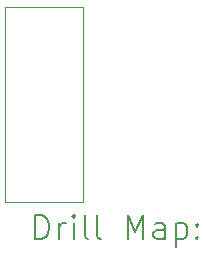
<source format=gbr>
%TF.GenerationSoftware,KiCad,Pcbnew,(6.0.10)*%
%TF.CreationDate,2023-05-23T02:16:13+09:00*%
%TF.ProjectId,GC,47432e6b-6963-4616-945f-706362585858,rev?*%
%TF.SameCoordinates,Original*%
%TF.FileFunction,Drillmap*%
%TF.FilePolarity,Positive*%
%FSLAX45Y45*%
G04 Gerber Fmt 4.5, Leading zero omitted, Abs format (unit mm)*
G04 Created by KiCad (PCBNEW (6.0.10)) date 2023-05-23 02:16:13*
%MOMM*%
%LPD*%
G01*
G04 APERTURE LIST*
%ADD10C,0.100000*%
%ADD11C,0.200000*%
G04 APERTURE END LIST*
D10*
X12471400Y-7823200D02*
X13131800Y-7823200D01*
X13131800Y-7823200D02*
X13131800Y-9474200D01*
X13131800Y-9474200D02*
X12471400Y-9474200D01*
X12471400Y-9474200D02*
X12471400Y-7823200D01*
D11*
X12724019Y-9789676D02*
X12724019Y-9589676D01*
X12771638Y-9589676D01*
X12800209Y-9599200D01*
X12819257Y-9618248D01*
X12828781Y-9637295D01*
X12838305Y-9675390D01*
X12838305Y-9703962D01*
X12828781Y-9742057D01*
X12819257Y-9761105D01*
X12800209Y-9780152D01*
X12771638Y-9789676D01*
X12724019Y-9789676D01*
X12924019Y-9789676D02*
X12924019Y-9656343D01*
X12924019Y-9694438D02*
X12933543Y-9675390D01*
X12943067Y-9665867D01*
X12962114Y-9656343D01*
X12981162Y-9656343D01*
X13047828Y-9789676D02*
X13047828Y-9656343D01*
X13047828Y-9589676D02*
X13038305Y-9599200D01*
X13047828Y-9608724D01*
X13057352Y-9599200D01*
X13047828Y-9589676D01*
X13047828Y-9608724D01*
X13171638Y-9789676D02*
X13152590Y-9780152D01*
X13143067Y-9761105D01*
X13143067Y-9589676D01*
X13276400Y-9789676D02*
X13257352Y-9780152D01*
X13247828Y-9761105D01*
X13247828Y-9589676D01*
X13504971Y-9789676D02*
X13504971Y-9589676D01*
X13571638Y-9732533D01*
X13638305Y-9589676D01*
X13638305Y-9789676D01*
X13819257Y-9789676D02*
X13819257Y-9684914D01*
X13809733Y-9665867D01*
X13790686Y-9656343D01*
X13752590Y-9656343D01*
X13733543Y-9665867D01*
X13819257Y-9780152D02*
X13800209Y-9789676D01*
X13752590Y-9789676D01*
X13733543Y-9780152D01*
X13724019Y-9761105D01*
X13724019Y-9742057D01*
X13733543Y-9723010D01*
X13752590Y-9713486D01*
X13800209Y-9713486D01*
X13819257Y-9703962D01*
X13914495Y-9656343D02*
X13914495Y-9856343D01*
X13914495Y-9665867D02*
X13933543Y-9656343D01*
X13971638Y-9656343D01*
X13990686Y-9665867D01*
X14000209Y-9675390D01*
X14009733Y-9694438D01*
X14009733Y-9751581D01*
X14000209Y-9770629D01*
X13990686Y-9780152D01*
X13971638Y-9789676D01*
X13933543Y-9789676D01*
X13914495Y-9780152D01*
X14095448Y-9770629D02*
X14104971Y-9780152D01*
X14095448Y-9789676D01*
X14085924Y-9780152D01*
X14095448Y-9770629D01*
X14095448Y-9789676D01*
X14095448Y-9665867D02*
X14104971Y-9675390D01*
X14095448Y-9684914D01*
X14085924Y-9675390D01*
X14095448Y-9665867D01*
X14095448Y-9684914D01*
M02*

</source>
